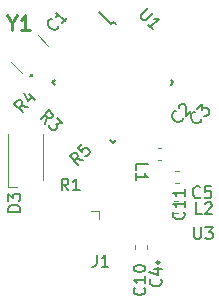
<source format=gbr>
G04 #@! TF.GenerationSoftware,KiCad,Pcbnew,(5.1.2)-2*
G04 #@! TF.CreationDate,2020-01-14T13:00:19+01:00*
G04 #@! TF.ProjectId,ACM-pcb,41434d2d-7063-4622-9e6b-696361645f70,rev?*
G04 #@! TF.SameCoordinates,Original*
G04 #@! TF.FileFunction,Legend,Top*
G04 #@! TF.FilePolarity,Positive*
%FSLAX46Y46*%
G04 Gerber Fmt 4.6, Leading zero omitted, Abs format (unit mm)*
G04 Created by KiCad (PCBNEW (5.1.2)-2) date 2020-01-14 13:00:19*
%MOMM*%
%LPD*%
G04 APERTURE LIST*
%ADD10C,0.120000*%
%ADD11C,0.150000*%
%ADD12C,0.200000*%
%ADD13C,0.100000*%
%ADD14C,0.254000*%
G04 APERTURE END LIST*
D10*
X77837221Y-79010000D02*
X78162779Y-79010000D01*
X77837221Y-77990000D02*
X78162779Y-77990000D01*
D11*
X74043324Y-67319744D02*
X73884225Y-67478843D01*
X79169848Y-72446268D02*
X78940038Y-72676078D01*
X74043324Y-77572792D02*
X74273134Y-77342982D01*
X68916800Y-72446268D02*
X69146610Y-72216458D01*
X74043324Y-67319744D02*
X74273134Y-67549554D01*
X68916800Y-72446268D02*
X69146610Y-72676078D01*
X74043324Y-77572792D02*
X73813514Y-77342982D01*
X79169848Y-72446268D02*
X78940038Y-72216458D01*
X73884225Y-67478843D02*
X72876598Y-66471216D01*
D10*
X72865000Y-83350000D02*
X72865000Y-83985000D01*
X72230000Y-83350000D02*
X72865000Y-83350000D01*
X65940000Y-81300000D02*
X65140000Y-81300000D01*
X65140000Y-81300044D02*
X65140000Y-76850000D01*
X68140000Y-80750000D02*
X68140000Y-76850000D01*
D12*
X67069239Y-71940659D02*
G75*
G03X67210661Y-71799239I70711J70710D01*
G01*
X67210661Y-71799238D02*
G75*
G03X67069239Y-71940660I-70711J-70711D01*
G01*
X67210661Y-71799239D02*
X67210661Y-71799239D01*
X67069239Y-71940660D02*
X67069239Y-71940660D01*
D13*
X68589519Y-69359720D02*
X67670280Y-68440481D01*
X66326777Y-71622462D02*
X65407538Y-70703223D01*
D10*
X79259721Y-82524000D02*
X79585279Y-82524000D01*
X79259721Y-83544000D02*
X79585279Y-83544000D01*
D14*
X77999000Y-87695000D02*
G75*
G03X77999000Y-87695000I-125000J0D01*
G01*
D10*
X75890000Y-86524279D02*
X75890000Y-86198721D01*
X76910000Y-86524279D02*
X76910000Y-86198721D01*
X79610779Y-79984000D02*
X79285221Y-79984000D01*
X79610779Y-81004000D02*
X79285221Y-81004000D01*
D11*
X76017619Y-79873333D02*
X76017619Y-79397142D01*
X77017619Y-79397142D01*
X76017619Y-80730476D02*
X76017619Y-80159047D01*
X76017619Y-80444761D02*
X77017619Y-80444761D01*
X76874761Y-80349523D01*
X76779523Y-80254285D01*
X76731904Y-80159047D01*
X77028476Y-66154026D02*
X76456056Y-66726446D01*
X76422384Y-66827461D01*
X76422384Y-66894805D01*
X76456056Y-66995820D01*
X76590743Y-67130507D01*
X76691758Y-67164179D01*
X76759102Y-67164179D01*
X76860117Y-67130507D01*
X77432537Y-66558087D01*
X77432537Y-67972301D02*
X77028476Y-67568240D01*
X77230506Y-67770270D02*
X77937613Y-67063164D01*
X77769254Y-67096835D01*
X77634567Y-67096835D01*
X77533552Y-67063164D01*
X72676666Y-87042380D02*
X72676666Y-87756666D01*
X72629047Y-87899523D01*
X72533809Y-87994761D01*
X72390952Y-88042380D01*
X72295714Y-88042380D01*
X73676666Y-88042380D02*
X73105238Y-88042380D01*
X73390952Y-88042380D02*
X73390952Y-87042380D01*
X73295714Y-87185238D01*
X73200476Y-87280476D01*
X73105238Y-87328095D01*
X66202380Y-83388095D02*
X65202380Y-83388095D01*
X65202380Y-83150000D01*
X65250000Y-83007142D01*
X65345238Y-82911904D01*
X65440476Y-82864285D01*
X65630952Y-82816666D01*
X65773809Y-82816666D01*
X65964285Y-82864285D01*
X66059523Y-82911904D01*
X66154761Y-83007142D01*
X66202380Y-83150000D01*
X66202380Y-83388095D01*
X65202380Y-82483333D02*
X65202380Y-81864285D01*
X65583333Y-82197619D01*
X65583333Y-82054761D01*
X65630952Y-81959523D01*
X65678571Y-81911904D01*
X65773809Y-81864285D01*
X66011904Y-81864285D01*
X66107142Y-81911904D01*
X66154761Y-81959523D01*
X66202380Y-82054761D01*
X66202380Y-82340476D01*
X66154761Y-82435714D01*
X66107142Y-82483333D01*
X70283333Y-81592380D02*
X69950000Y-81116190D01*
X69711904Y-81592380D02*
X69711904Y-80592380D01*
X70092857Y-80592380D01*
X70188095Y-80640000D01*
X70235714Y-80687619D01*
X70283333Y-80782857D01*
X70283333Y-80925714D01*
X70235714Y-81020952D01*
X70188095Y-81068571D01*
X70092857Y-81116190D01*
X69711904Y-81116190D01*
X71235714Y-81592380D02*
X70664285Y-81592380D01*
X70950000Y-81592380D02*
X70950000Y-80592380D01*
X70854761Y-80735238D01*
X70759523Y-80830476D01*
X70664285Y-80878095D01*
X71522030Y-79017732D02*
X70949610Y-78916717D01*
X71117969Y-79421793D02*
X70410862Y-78714687D01*
X70680236Y-78445312D01*
X70781251Y-78411641D01*
X70848595Y-78411641D01*
X70949610Y-78445312D01*
X71050625Y-78546328D01*
X71084297Y-78647343D01*
X71084297Y-78714687D01*
X71050625Y-78815702D01*
X70781251Y-79085076D01*
X71454687Y-77670862D02*
X71117969Y-78007580D01*
X71421015Y-78377969D01*
X71421015Y-78310625D01*
X71454687Y-78209610D01*
X71623045Y-78041251D01*
X71724061Y-78007580D01*
X71791404Y-78007580D01*
X71892419Y-78041251D01*
X72060778Y-78209610D01*
X72094450Y-78310625D01*
X72094450Y-78377969D01*
X72060778Y-78478984D01*
X71892419Y-78647343D01*
X71791404Y-78681015D01*
X71724061Y-78681015D01*
D14*
X65485238Y-67439761D02*
X65485238Y-68044523D01*
X65061904Y-66774523D02*
X65485238Y-67439761D01*
X65908571Y-66774523D01*
X66997142Y-68044523D02*
X66271428Y-68044523D01*
X66634285Y-68044523D02*
X66634285Y-66774523D01*
X66513333Y-66955952D01*
X66392380Y-67076904D01*
X66271428Y-67137380D01*
D11*
X69434687Y-67645389D02*
X69434687Y-67712732D01*
X69367343Y-67847419D01*
X69300000Y-67914763D01*
X69165312Y-67982106D01*
X69030625Y-67982106D01*
X68929610Y-67948435D01*
X68761251Y-67847419D01*
X68660236Y-67746404D01*
X68559221Y-67578045D01*
X68525549Y-67477030D01*
X68525549Y-67342343D01*
X68592893Y-67207656D01*
X68660236Y-67140312D01*
X68794923Y-67072969D01*
X68862267Y-67072969D01*
X70175465Y-67039297D02*
X69771404Y-67443358D01*
X69973435Y-67241328D02*
X69266328Y-66534221D01*
X69300000Y-66702580D01*
X69300000Y-66837267D01*
X69266328Y-66938282D01*
X81544687Y-75560389D02*
X81544687Y-75627732D01*
X81477343Y-75762419D01*
X81410000Y-75829763D01*
X81275312Y-75897106D01*
X81140625Y-75897106D01*
X81039610Y-75863435D01*
X80871251Y-75762419D01*
X80770236Y-75661404D01*
X80669221Y-75493045D01*
X80635549Y-75392030D01*
X80635549Y-75257343D01*
X80702893Y-75122656D01*
X80770236Y-75055312D01*
X80904923Y-74987969D01*
X80972267Y-74987969D01*
X81140625Y-74684923D02*
X81578358Y-74247190D01*
X81612030Y-74752267D01*
X81713045Y-74651251D01*
X81814061Y-74617580D01*
X81881404Y-74617580D01*
X81982419Y-74651251D01*
X82150778Y-74819610D01*
X82184450Y-74920625D01*
X82184450Y-74987969D01*
X82150778Y-75088984D01*
X81948748Y-75291015D01*
X81847732Y-75324687D01*
X81780389Y-75324687D01*
X79954687Y-75480389D02*
X79954687Y-75547732D01*
X79887343Y-75682419D01*
X79820000Y-75749763D01*
X79685312Y-75817106D01*
X79550625Y-75817106D01*
X79449610Y-75783435D01*
X79281251Y-75682419D01*
X79180236Y-75581404D01*
X79079221Y-75413045D01*
X79045549Y-75312030D01*
X79045549Y-75177343D01*
X79112893Y-75042656D01*
X79180236Y-74975312D01*
X79314923Y-74907969D01*
X79382267Y-74907969D01*
X79651641Y-74638595D02*
X79651641Y-74571251D01*
X79685312Y-74470236D01*
X79853671Y-74301877D01*
X79954687Y-74268206D01*
X80022030Y-74268206D01*
X80123045Y-74301877D01*
X80190389Y-74369221D01*
X80257732Y-74503908D01*
X80257732Y-75312030D01*
X80695465Y-74874297D01*
X78087142Y-89106666D02*
X78134761Y-89154285D01*
X78182380Y-89297142D01*
X78182380Y-89392380D01*
X78134761Y-89535238D01*
X78039523Y-89630476D01*
X77944285Y-89678095D01*
X77753809Y-89725714D01*
X77610952Y-89725714D01*
X77420476Y-89678095D01*
X77325238Y-89630476D01*
X77230000Y-89535238D01*
X77182380Y-89392380D01*
X77182380Y-89297142D01*
X77230000Y-89154285D01*
X77277619Y-89106666D01*
X77515714Y-88249523D02*
X78182380Y-88249523D01*
X77134761Y-88487619D02*
X77849047Y-88725714D01*
X77849047Y-88106666D01*
X81433333Y-82157142D02*
X81385714Y-82204761D01*
X81242857Y-82252380D01*
X81147619Y-82252380D01*
X81004761Y-82204761D01*
X80909523Y-82109523D01*
X80861904Y-82014285D01*
X80814285Y-81823809D01*
X80814285Y-81680952D01*
X80861904Y-81490476D01*
X80909523Y-81395238D01*
X81004761Y-81300000D01*
X81147619Y-81252380D01*
X81242857Y-81252380D01*
X81385714Y-81300000D01*
X81433333Y-81347619D01*
X82338095Y-81252380D02*
X81861904Y-81252380D01*
X81814285Y-81728571D01*
X81861904Y-81680952D01*
X81957142Y-81633333D01*
X82195238Y-81633333D01*
X82290476Y-81680952D01*
X82338095Y-81728571D01*
X82385714Y-81823809D01*
X82385714Y-82061904D01*
X82338095Y-82157142D01*
X82290476Y-82204761D01*
X82195238Y-82252380D01*
X81957142Y-82252380D01*
X81861904Y-82204761D01*
X81814285Y-82157142D01*
X81573333Y-83612380D02*
X81097142Y-83612380D01*
X81097142Y-82612380D01*
X81859047Y-82707619D02*
X81906666Y-82660000D01*
X82001904Y-82612380D01*
X82240000Y-82612380D01*
X82335238Y-82660000D01*
X82382857Y-82707619D01*
X82430476Y-82802857D01*
X82430476Y-82898095D01*
X82382857Y-83040952D01*
X81811428Y-83612380D01*
X82430476Y-83612380D01*
X80928095Y-84702380D02*
X80928095Y-85511904D01*
X80975714Y-85607142D01*
X81023333Y-85654761D01*
X81118571Y-85702380D01*
X81309047Y-85702380D01*
X81404285Y-85654761D01*
X81451904Y-85607142D01*
X81499523Y-85511904D01*
X81499523Y-84702380D01*
X81880476Y-84702380D02*
X82499523Y-84702380D01*
X82166190Y-85083333D01*
X82309047Y-85083333D01*
X82404285Y-85130952D01*
X82451904Y-85178571D01*
X82499523Y-85273809D01*
X82499523Y-85511904D01*
X82451904Y-85607142D01*
X82404285Y-85654761D01*
X82309047Y-85702380D01*
X82023333Y-85702380D01*
X81928095Y-85654761D01*
X81880476Y-85607142D01*
X76706342Y-89823757D02*
X76753961Y-89871376D01*
X76801580Y-90014233D01*
X76801580Y-90109471D01*
X76753961Y-90252328D01*
X76658723Y-90347566D01*
X76563485Y-90395185D01*
X76373009Y-90442804D01*
X76230152Y-90442804D01*
X76039676Y-90395185D01*
X75944438Y-90347566D01*
X75849200Y-90252328D01*
X75801580Y-90109471D01*
X75801580Y-90014233D01*
X75849200Y-89871376D01*
X75896819Y-89823757D01*
X76801580Y-88871376D02*
X76801580Y-89442804D01*
X76801580Y-89157090D02*
X75801580Y-89157090D01*
X75944438Y-89252328D01*
X76039676Y-89347566D01*
X76087295Y-89442804D01*
X75801580Y-88252328D02*
X75801580Y-88157090D01*
X75849200Y-88061852D01*
X75896819Y-88014233D01*
X75992057Y-87966614D01*
X76182533Y-87918995D01*
X76420628Y-87918995D01*
X76611104Y-87966614D01*
X76706342Y-88014233D01*
X76753961Y-88061852D01*
X76801580Y-88157090D01*
X76801580Y-88252328D01*
X76753961Y-88347566D01*
X76706342Y-88395185D01*
X76611104Y-88442804D01*
X76420628Y-88490423D01*
X76182533Y-88490423D01*
X75992057Y-88442804D01*
X75896819Y-88395185D01*
X75849200Y-88347566D01*
X75801580Y-88252328D01*
X80033642Y-83422857D02*
X80081261Y-83470476D01*
X80128880Y-83613333D01*
X80128880Y-83708571D01*
X80081261Y-83851428D01*
X79986023Y-83946666D01*
X79890785Y-83994285D01*
X79700309Y-84041904D01*
X79557452Y-84041904D01*
X79366976Y-83994285D01*
X79271738Y-83946666D01*
X79176500Y-83851428D01*
X79128880Y-83708571D01*
X79128880Y-83613333D01*
X79176500Y-83470476D01*
X79224119Y-83422857D01*
X80128880Y-82470476D02*
X80128880Y-83041904D01*
X80128880Y-82756190D02*
X79128880Y-82756190D01*
X79271738Y-82851428D01*
X79366976Y-82946666D01*
X79414595Y-83041904D01*
X80128880Y-81518095D02*
X80128880Y-82089523D01*
X80128880Y-81803809D02*
X79128880Y-81803809D01*
X79271738Y-81899047D01*
X79366976Y-81994285D01*
X79414595Y-82089523D01*
X68342267Y-75932030D02*
X68443282Y-75359610D01*
X67938206Y-75527969D02*
X68645312Y-74820862D01*
X68914687Y-75090236D01*
X68948358Y-75191251D01*
X68948358Y-75258595D01*
X68914687Y-75359610D01*
X68813671Y-75460625D01*
X68712656Y-75494297D01*
X68645312Y-75494297D01*
X68544297Y-75460625D01*
X68274923Y-75191251D01*
X69285076Y-75460625D02*
X69722809Y-75898358D01*
X69217732Y-75932030D01*
X69318748Y-76033045D01*
X69352419Y-76134061D01*
X69352419Y-76201404D01*
X69318748Y-76302419D01*
X69150389Y-76470778D01*
X69049374Y-76504450D01*
X68982030Y-76504450D01*
X68881015Y-76470778D01*
X68678984Y-76268748D01*
X68645312Y-76167732D01*
X68645312Y-76100389D01*
X66831768Y-74553364D02*
X66259348Y-74452349D01*
X66427707Y-74957425D02*
X65720600Y-74250319D01*
X65989974Y-73980944D01*
X66090989Y-73947273D01*
X66158333Y-73947273D01*
X66259348Y-73980944D01*
X66360363Y-74081960D01*
X66394035Y-74182975D01*
X66394035Y-74250319D01*
X66360363Y-74351334D01*
X66090989Y-74620708D01*
X66966455Y-73475868D02*
X67437860Y-73947273D01*
X66528722Y-73374853D02*
X66865440Y-74048288D01*
X67303173Y-73610555D01*
M02*

</source>
